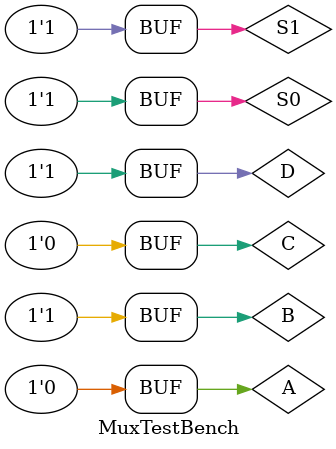
<source format=v>
`timescale 1ns / 1ps


module MuxTestBench;

	// Inputs
	reg A;
	reg B;
	reg C;
	reg D;
	reg S0;
	reg S1;

	// Outputs
	wire OUT;

	// Instantiate the Unit Under Test (UUT)
	mux uut (
		.A(A), 
		.B(B), 
		.C(C), 
		.D(D), 
		.S0(S0), 
		.S1(S1), 
		.OUT(OUT)
	);

	initial begin
		// Initialize Inputs
		A = 0;B = 1;C = 0;D = 1;S0 = 0;S1 = 0;#100;
		A = 0;B = 1;C = 0;D = 1;S0 = 0;S1 = 1;#100;
		A = 0;B = 1;C = 0;D = 1;S0 = 1;S1 = 0;#100;
		A = 0;B = 1;C = 0;D = 1;S0 = 1;S1 = 1;#100;
        
		

	end
      
endmodule


</source>
